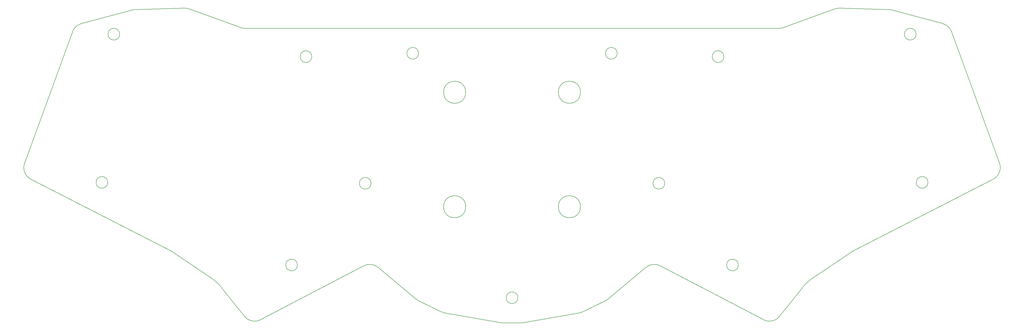
<source format=gbr>
%TF.GenerationSoftware,KiCad,Pcbnew,8.0.1*%
%TF.CreationDate,2024-05-01T11:59:16+09:00*%
%TF.ProjectId,pcb_plate,7063625f-706c-4617-9465-2e6b69636164,v1.0.0*%
%TF.SameCoordinates,Original*%
%TF.FileFunction,Profile,NP*%
%FSLAX46Y46*%
G04 Gerber Fmt 4.6, Leading zero omitted, Abs format (unit mm)*
G04 Created by KiCad (PCBNEW 8.0.1) date 2024-05-01 11:59:16*
%MOMM*%
%LPD*%
G01*
G04 APERTURE LIST*
%TA.AperFunction,Profile*%
%ADD10C,0.150000*%
%TD*%
G04 APERTURE END LIST*
D10*
X135260480Y-96406168D02*
G75*
G02*
X130760490Y-96406168I-2249995J0D01*
G01*
X130760490Y-96406168D02*
G75*
G02*
X135260480Y-96406168I2249995J0D01*
G01*
X61372198Y-87758362D02*
G75*
G02*
X56872202Y-87758362I-2249998J0D01*
G01*
X56872202Y-87758362D02*
G75*
G02*
X61372198Y-87758362I2249998J0D01*
G01*
X239392404Y-194778401D02*
G75*
G02*
X238055054Y-195215212I-2205704J4487401D01*
G01*
X308869034Y-197806591D02*
X269211366Y-177046708D01*
X88023898Y-78005132D02*
X107771967Y-85192842D01*
X357250455Y-78302604D02*
G75*
G02*
X358386703Y-78470330I-157255J-4997896D01*
G01*
X66053289Y-78470322D02*
G75*
G02*
X67189537Y-78302611I1293411J-4829978D01*
G01*
X263678550Y-177646252D02*
G75*
G02*
X269211370Y-177046701I3213950J-3830248D01*
G01*
X316668037Y-85192837D02*
X336416104Y-78005132D01*
X299227672Y-176732163D02*
G75*
G02*
X294727676Y-176732163I-2249998J0D01*
G01*
X294727676Y-176732163D02*
G75*
G02*
X299227672Y-176732163I2249998J0D01*
G01*
X238535003Y-110143462D02*
G75*
G02*
X230034997Y-110143462I-4250003J0D01*
G01*
X230034997Y-110143462D02*
G75*
G02*
X238535003Y-110143462I4250003J0D01*
G01*
X80515080Y-171006160D02*
G75*
G02*
X81019437Y-171303753I-2285680J-4449940D01*
G01*
X175243267Y-189797940D02*
X160761453Y-177646248D01*
X238055052Y-195215201D02*
X216672854Y-198985455D01*
X86156621Y-77706069D02*
G75*
G02*
X88023899Y-78005128I157179J-4997631D01*
G01*
X336416104Y-78005132D02*
G75*
G02*
X338283383Y-77706062I1710096J-4698368D01*
G01*
X115570966Y-197806589D02*
G75*
G02*
X109355110Y-196509473I-2318866J4429789D01*
G01*
X327204164Y-182200795D02*
X324938189Y-184252118D01*
X216672854Y-198985455D02*
G75*
G02*
X215804611Y-199061418I-868254J4924055D01*
G01*
X343420553Y-171303757D02*
X327204164Y-182200795D01*
X358386706Y-78470318D02*
X377775594Y-83662656D01*
X377775594Y-83662656D02*
G75*
G02*
X381180675Y-86782356I-1293394J-4829844D01*
G01*
X27222305Y-143634206D02*
G75*
G02*
X24808281Y-137476477I2284395J4447606D01*
G01*
X208635388Y-199061419D02*
G75*
G02*
X207767151Y-198985464I12J5000519D01*
G01*
X46664400Y-83662661D02*
X66053289Y-78470321D01*
X176251613Y-190454963D02*
G75*
G02*
X175243265Y-189797943I2205587J4487263D01*
G01*
X99501810Y-184252114D02*
X97235833Y-182200787D01*
X215804611Y-199061417D02*
X208635388Y-199061419D01*
X293679514Y-96406172D02*
G75*
G02*
X289179536Y-96406172I-2249989J0D01*
G01*
X289179536Y-96406172D02*
G75*
G02*
X293679514Y-96406172I2249989J0D01*
G01*
X338283383Y-77706071D02*
X357250455Y-78302604D01*
X155228635Y-177046713D02*
G75*
G02*
X160761442Y-177646261I2318865J-4429787D01*
G01*
X367567796Y-87758364D02*
G75*
G02*
X363067806Y-87758364I-2249995J0D01*
G01*
X363067806Y-87758364D02*
G75*
G02*
X367567796Y-87758364I2249995J0D01*
G01*
X158031809Y-145239422D02*
G75*
G02*
X153531805Y-145239422I-2250002J0D01*
G01*
X153531805Y-145239422D02*
G75*
G02*
X158031809Y-145239422I2250002J0D01*
G01*
X214470005Y-189358464D02*
G75*
G02*
X209969995Y-189358464I-2250005J0D01*
G01*
X209969995Y-189358464D02*
G75*
G02*
X214470005Y-189358464I2250005J0D01*
G01*
X24808226Y-137476457D02*
X43259363Y-86782372D01*
X129712322Y-176732163D02*
G75*
G02*
X125212328Y-176732163I-2249997J0D01*
G01*
X125212328Y-176732163D02*
G75*
G02*
X129712322Y-176732163I2249997J0D01*
G01*
X252664842Y-95116225D02*
G75*
G02*
X248164840Y-95116225I-2250001J0D01*
G01*
X248164840Y-95116225D02*
G75*
G02*
X252664842Y-95116225I2250001J0D01*
G01*
X109482067Y-85494381D02*
X314957937Y-85494384D01*
X155228635Y-177046712D02*
X115570966Y-197806590D01*
X194404996Y-110143458D02*
G75*
G02*
X185905002Y-110143458I-4249997J0D01*
G01*
X185905002Y-110143458D02*
G75*
G02*
X194404996Y-110143458I4249997J0D01*
G01*
X194405000Y-154273460D02*
G75*
G02*
X185905002Y-154273460I-4249999J0D01*
G01*
X185905002Y-154273460D02*
G75*
G02*
X194405000Y-154273460I4249999J0D01*
G01*
X315084892Y-196509483D02*
G75*
G02*
X308869031Y-197806597I-3896992J3132683D01*
G01*
X67189537Y-78302600D02*
X86156621Y-77706069D01*
X316668034Y-85192843D02*
G75*
G02*
X314957937Y-85494386I-1710134J4698543D01*
G01*
X238534997Y-154273462D02*
G75*
G02*
X230035001Y-154273462I-4249998J0D01*
G01*
X230035001Y-154273462D02*
G75*
G02*
X238534997Y-154273462I4249998J0D01*
G01*
X270908194Y-145239426D02*
G75*
G02*
X266408192Y-145239426I-2250001J0D01*
G01*
X266408192Y-145239426D02*
G75*
G02*
X270908194Y-145239426I2250001J0D01*
G01*
X397217690Y-143634208D02*
X343924907Y-171006159D01*
X343420553Y-171303757D02*
G75*
G02*
X343924911Y-171006166I2788847J-4150343D01*
G01*
X381180635Y-86782370D02*
X399631780Y-137476461D01*
X176275160Y-95116218D02*
G75*
G02*
X171775162Y-95116218I-2249999J0D01*
G01*
X171775162Y-95116218D02*
G75*
G02*
X176275160Y-95116218I2249999J0D01*
G01*
X372141791Y-144884066D02*
G75*
G02*
X367641773Y-144884066I-2250009J0D01*
G01*
X367641773Y-144884066D02*
G75*
G02*
X372141791Y-144884066I2250009J0D01*
G01*
X186384947Y-195215192D02*
G75*
G02*
X185047600Y-194778400I868353J4924392D01*
G01*
X109355103Y-196509478D02*
X99501810Y-184252114D01*
X399631780Y-137476456D02*
G75*
G02*
X397217720Y-143634266I-4698480J-1710144D01*
G01*
X43259365Y-86782373D02*
G75*
G02*
X46664400Y-83662662I4698455J-1710087D01*
G01*
X109482067Y-85494380D02*
G75*
G02*
X107771971Y-85192831I33J4999980D01*
G01*
X80515080Y-171006160D02*
X27222304Y-143634211D01*
X263678549Y-177646251D02*
X249196737Y-189797935D01*
X185047598Y-194778404D02*
X176251610Y-190454955D01*
X97235833Y-182200787D02*
X81019440Y-171303749D01*
X249196733Y-189797933D02*
G75*
G02*
X248188380Y-190454956I-3213933J3830233D01*
G01*
X207767151Y-198985463D02*
X186384952Y-195215192D01*
X324938189Y-184252118D02*
X315084893Y-196509483D01*
X248188380Y-190454957D02*
X239392403Y-194778402D01*
X56798214Y-144884067D02*
G75*
G02*
X52298210Y-144884067I-2250002J0D01*
G01*
X52298210Y-144884067D02*
G75*
G02*
X56798214Y-144884067I2250002J0D01*
G01*
M02*

</source>
